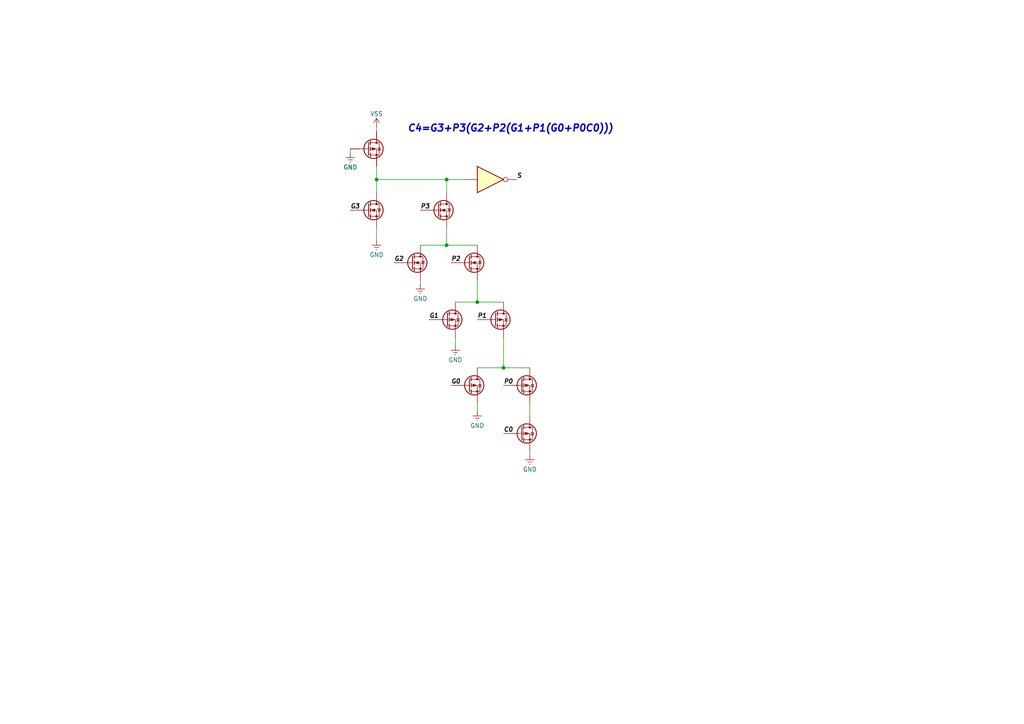
<source format=kicad_sch>
(kicad_sch (version 20231120) (generator "eeschema") (generator_version "8.0")
  (paper "A4")
  (lib_symbols
    (symbol "74xx:74LS05" (pin_numbers hide) (pin_names (offset 1.016) hide)
      (property "Reference" "U" (at 0 1.27 0))
      (property "Value" "74LS05" (at 0 -1.27 0))
      (symbol "74LS05_1_0"
        (polyline (pts (xy -3.81 3.81) (xy -3.81 -3.81) (xy 3.81 0) (xy -3.81 3.81)) (stroke (width 0.254)) (fill (type background)))
        (pin input line (at -7.62 0 0) (length 3.81) (name "~") (number "1"))
        (pin open_collector inverted (at 7.62 0 180) (length 3.81) (name "~") (number "2"))
      )
      (symbol "74LS05_2_0"
        (polyline (pts (xy -3.81 3.81) (xy -3.81 -3.81) (xy 3.81 0) (xy -3.81 3.81)) (stroke (width 0.254)) (fill (type background)))
        (pin input line (at -7.62 0 0) (length 3.81) (name "~") (number "3"))
        (pin open_collector inverted (at 7.62 0 180) (length 3.81) (name "~") (number "4"))
      )
      (symbol "74LS05_3_0"
        (polyline (pts (xy -3.81 3.81) (xy -3.81 -3.81) (xy 3.81 0) (xy -3.81 3.81)) (stroke (width 0.254)) (fill (type background)))
        (pin input line (at -7.62 0 0) (length 3.81) (name "~") (number "5"))
        (pin open_collector inverted (at 7.62 0 180) (length 3.81) (name "~") (number "6"))
      )
      (symbol "74LS05_4_0"
        (polyline (pts (xy -3.81 3.81) (xy -3.81 -3.81) (xy 3.81 0) (xy -3.81 3.81)) (stroke (width 0.254)) (fill (type background)))
        (pin open_collector inverted (at 7.62 0 180) (length 3.81) (name "~") (number "8"))
        (pin input line (at -7.62 0 0) (length 3.81) (name "~") (number "9"))
      )
      (symbol "74LS05_5_0"
        (polyline (pts (xy -3.81 3.81) (xy -3.81 -3.81) (xy 3.81 0) (xy -3.81 3.81)) (stroke (width 0.254)) (fill (type background)))
        (pin open_collector inverted (at 7.62 0 180) (length 3.81) (name "~") (number "10"))
        (pin input line (at -7.62 0 0) (length 3.81) (name "~") (number "11"))
      )
      (symbol "74LS05_6_0"
        (polyline (pts (xy -3.81 3.81) (xy -3.81 -3.81) (xy 3.81 0) (xy -3.81 3.81)) (stroke (width 0.254)) (fill (type background)))
        (pin open_collector inverted (at 7.62 0 180) (length 3.81) (name "~") (number "12"))
        (pin input line (at -7.62 0 0) (length 3.81) (name "~") (number "13"))
      )
      (symbol "74LS05_7_0"
        (pin power_in line (at 0 12.7 270) (length 5.08) (name "VCC") (number "14"))
        (pin power_in line (at 0 -12.7 90) (length 5.08) (name "GND") (number "7"))
      )
      (symbol "74LS05_7_1"
        (rectangle (start -5.08 7.62) (end 5.08 -7.62) (stroke (width 0.254)) (fill (type background)))
      )
    )
    (symbol "Simulation_SPICE:NMOS" (pin_numbers hide) (pin_names (offset 0) hide)
      (property "Reference" "Q" (at 5.08 1.27 0))
      (property "Value" "NMOS" (at 5.08 -1.27 0))
      (symbol "NMOS_0_1"
        (polyline (pts (xy 0.254 0) (xy -2.54 0)))
        (polyline (pts (xy 0.254 1.905) (xy 0.254 -1.905)) (stroke (width 0.254)))
        (polyline (pts (xy 0.762 -1.27) (xy 0.762 -2.286)) (stroke (width 0.254)))
        (polyline (pts (xy 0.762 0.508) (xy 0.762 -0.508)) (stroke (width 0.254)))
        (polyline (pts (xy 0.762 2.286) (xy 0.762 1.27)) (stroke (width 0.254)))
        (polyline (pts (xy 2.54 2.54) (xy 2.54 1.778)))
        (polyline (pts (xy 2.54 -2.54) (xy 2.54 0) (xy 0.762 0)))
        (polyline (pts (xy 0.762 -1.778) (xy 3.302 -1.778) (xy 3.302 1.778) (xy 0.762 1.778)))
        (polyline (pts (xy 1.016 0) (xy 2.032 0.381) (xy 2.032 -0.381) (xy 1.016 0)) (fill (type outline)))
        (polyline (pts (xy 2.794 0.508) (xy 2.921 0.381) (xy 3.683 0.381) (xy 3.81 0.254)))
        (polyline (pts (xy 3.302 0.381) (xy 2.921 -0.254) (xy 3.683 -0.254) (xy 3.302 0.381)))
        (circle (center 1.651 0) (radius 2.794) (stroke (width 0.254)))
        (circle (center 2.54 -1.778) (radius 0.254) (fill (type outline)))
        (circle (center 2.54 1.778) (radius 0.254) (fill (type outline)))
      )
      (symbol "NMOS_1_1"
        (pin passive line (at 2.54 5.08 270) (length 2.54) (name "D") (number "1"))
        (pin input line (at -5.08 0 0) (length 2.54) (name "G") (number "2"))
        (pin passive line (at 2.54 -5.08 90) (length 2.54) (name "S") (number "3"))
      )
    )
    (symbol "Simulation_SPICE:PMOS" (pin_numbers hide) (pin_names (offset 0) hide)
      (property "Reference" "Q" (at 5.08 1.27 0))
      (property "Value" "PMOS" (at 5.08 -1.27 0))
      (symbol "PMOS_0_1"
        (polyline (pts (xy 0.254 0) (xy -2.54 0)))
        (polyline (pts (xy 0.254 1.905) (xy 0.254 -1.905)) (stroke (width 0.254)))
        (polyline (pts (xy 0.762 -1.27) (xy 0.762 -2.286)) (stroke (width 0.254)))
        (polyline (pts (xy 0.762 0.508) (xy 0.762 -0.508)) (stroke (width 0.254)))
        (polyline (pts (xy 0.762 2.286) (xy 0.762 1.27)) (stroke (width 0.254)))
        (polyline (pts (xy 2.54 2.54) (xy 2.54 1.778)))
        (polyline (pts (xy 2.54 -2.54) (xy 2.54 0) (xy 0.762 0)))
        (polyline (pts (xy 0.762 1.778) (xy 3.302 1.778) (xy 3.302 -1.778) (xy 0.762 -1.778)))
        (polyline (pts (xy 2.286 0) (xy 1.27 0.381) (xy 1.27 -0.381) (xy 2.286 0)) (fill (type outline)))
        (polyline (pts (xy 2.794 -0.508) (xy 2.921 -0.381) (xy 3.683 -0.381) (xy 3.81 -0.254)))
        (polyline (pts (xy 3.302 -0.381) (xy 2.921 0.254) (xy 3.683 0.254) (xy 3.302 -0.381)))
        (circle (center 1.651 0) (radius 2.794) (stroke (width 0.254)))
        (circle (center 2.54 -1.778) (radius 0.254) (fill (type outline)))
        (circle (center 2.54 1.778) (radius 0.254) (fill (type outline)))
      )
      (symbol "PMOS_1_1"
        (pin passive line (at 2.54 5.08 270) (length 2.54) (name "D") (number "1"))
        (pin input line (at -5.08 0 0) (length 2.54) (name "G") (number "2"))
        (pin passive line (at 2.54 -5.08 90) (length 2.54) (name "S") (number "3"))
      )
    )
    (symbol "power:+5V" (power) (pin_numbers hide) (pin_names (offset 0) hide)
      (property "Value" "+5V" (at 0 3.556 0))
      (symbol "+5V_0_1"
        (polyline (pts (xy -0.762 1.27) (xy 0 2.54)))
        (polyline (pts (xy 0 0) (xy 0 2.54)))
        (polyline (pts (xy 0 2.54) (xy 0.762 1.27)))
      )
      (symbol "+5V_1_1"
        (pin power_in line (at 0 0 90) (length 0) (name "~") (number "1"))
      )
    )
    (symbol "power:Earth" (power) (pin_numbers hide) (pin_names (offset 0) hide)
      (property "Value" "Earth" (at 0 -3.81 0))
      (symbol "Earth_0_1"
        (polyline (pts (xy -0.635 -1.905) (xy 0.635 -1.905)))
        (polyline (pts (xy -0.127 -2.54) (xy 0.127 -2.54)))
        (polyline (pts (xy 0 -1.27) (xy 0 0)))
        (polyline (pts (xy 1.27 -1.27) (xy -1.27 -1.27)))
      )
      (symbol "Earth_1_1"
        (pin power_in line (at 0 0 270) (length 0) (name "~") (number "1"))
      )
    )
  )
  (junction (at 129.54 71.12))
  (junction (at 138.43 87.63))
  (junction (at 109.22 52.07))
  (junction (at 146.05 106.68))
  (junction (at 129.54 52.07))
  (wire (pts (xy 101.6 44.45) (xy 101.6 43.18)))
  (wire (pts (xy 121.92 82.55) (xy 121.92 81.28)))
  (wire (pts (xy 129.54 52.07) (xy 109.22 52.07)))
  (wire (pts (xy 109.22 48.26) (xy 109.22 52.07)))
  (wire (pts (xy 138.43 106.68) (xy 146.05 106.68)))
  (wire (pts (xy 138.43 81.28) (xy 138.43 87.63)))
  (wire (pts (xy 129.54 66.04) (xy 129.54 71.12)))
  (wire (pts (xy 153.67 116.84) (xy 153.67 120.65)))
  (wire (pts (xy 109.22 36.83) (xy 109.22 38.1)))
  (wire (pts (xy 132.08 87.63) (xy 138.43 87.63)))
  (wire (pts (xy 138.43 87.63) (xy 146.05 87.63)))
  (wire (pts (xy 129.54 52.07) (xy 134.62 52.07)))
  (wire (pts (xy 109.22 52.07) (xy 109.22 55.88)))
  (wire (pts (xy 121.92 71.12) (xy 129.54 71.12)))
  (wire (pts (xy 129.54 55.88) (xy 129.54 52.07)))
  (wire (pts (xy 138.43 116.84) (xy 138.43 119.38)))
  (wire (pts (xy 153.67 132.08) (xy 153.67 130.81)))
  (wire (pts (xy 146.05 106.68) (xy 153.67 106.68)))
  (wire (pts (xy 109.22 66.04) (xy 109.22 69.85)))
  (wire (pts (xy 132.08 100.33) (xy 132.08 97.79)))
  (wire (pts (xy 129.54 71.12) (xy 138.43 71.12)))
  (wire (pts (xy 146.05 97.79) (xy 146.05 106.68)))
  (text "C4​=G3​+P3​(G2​+P2​(G1​+P1​(G0​+P0​C0​)))" (at 148.082 37.338 0) (effects (font (size 2 2) (bold yes) (italic yes))))
  (label "P3" (at 121.92 60.96 0) (effects (font (bold yes) (italic yes))))
  (label "G2" (at 114.3 76.2 0) (effects (font (bold yes) (italic yes))))
  (label "S" (at 149.86 52.07 0) (effects (font (bold yes) (italic yes))))
  (label "C0" (at 146.05 125.73 0) (effects (font (bold yes) (italic yes))))
  (label "G1" (at 124.46 92.71 0) (effects (font (bold yes) (italic yes))))
  (label "P1" (at 138.43 92.71 0) (effects (font (bold yes) (italic yes))))
  (label "P2" (at 130.81 76.2 0) (effects (font (bold yes) (italic yes))))
  (label "G0" (at 130.81 111.76 0) (effects (font (bold yes) (italic yes))))
  (label "G3" (at 101.6 60.96 0) (effects (font (bold yes) (italic yes))))
  (label "P0" (at 146.05 111.76 0) (effects (font (bold yes) (italic yes))))
  (symbol (lib_id "74xx:74LS05") (at 142.24 52.07 0) (unit 1)
    (property "Reference" "U?" (effects (hide yes)))
    (property "Value" "74LS05" (effects (hide yes)))
    (property "Datasheet" "http://www.ti.com/lit/gpn/sn74LS05" (effects (hide yes)))
    (property "Description" "Inverter Open Collect" (effects (hide yes)))
  )
  (symbol (lib_id "power:Earth") (at 121.92 82.55 0) (unit 1)
    (property "Reference" "#PWR041" (effects (hide yes)))
    (property "Value" "GND" (at 121.92 86.614 0))
    (property "Description" "Power symbol creates a global label with name \"Earth\"" (effects (hide yes)))
  )
  (symbol (lib_id "power:Earth") (at 101.6 44.45 0) (unit 1)
    (property "Reference" "#PWR036" (effects (hide yes)))
    (property "Value" "GND" (at 101.6 48.514 0))
    (property "Description" "Power symbol creates a global label with name \"Earth\"" (effects (hide yes)))
  )
  (symbol (lib_id "Simulation_SPICE:PMOS") (at 106.68 43.18 0) (unit 1)
    (property "Reference" "Q?" (effects (hide yes)))
    (property "Value" "PMOS" (effects (hide yes)))
    (property "Datasheet" "https://ngspice.sourceforge.io/docs/ngspice-html-manual/manual.xhtml#cha_MOSFETs" (effects (hide yes)))
    (property "Description" "P-MOSFET transistor, drain/source/gate" (effects (hide yes)))
    (property "Sim.Device" "PMOS" (effects (hide yes)))
    (property "Sim.Type" "VDMOS" (effects (hide yes)))
    (property "Sim.Pins" "1=D 2=G 3=S" (effects (hide yes)))
  )
  (symbol (lib_id "Simulation_SPICE:PMOS") (at 135.89 111.76 0) (unit 1)
    (property "Reference" "Q?" (effects (hide yes)))
    (property "Value" "PMOS" (effects (hide yes)))
    (property "Datasheet" "https://ngspice.sourceforge.io/docs/ngspice-html-manual/manual.xhtml#cha_MOSFETs" (effects (hide yes)))
    (property "Description" "P-MOSFET transistor, drain/source/gate" (effects (hide yes)))
    (property "Sim.Device" "PMOS" (effects (hide yes)))
    (property "Sim.Type" "VDMOS" (effects (hide yes)))
    (property "Sim.Pins" "1=D 2=G 3=S" (effects (hide yes)))
  )
  (symbol (lib_id "power:+5V") (at 109.22 36.83 0) (unit 1)
    (property "Reference" "#PWR037" (effects (hide yes)))
    (property "Value" "VSS" (at 109.22 33.02 0))
    (property "Description" "Power symbol creates a global label with name \"+5V\"" (effects (hide yes)))
  )
  (symbol (lib_id "Simulation_SPICE:PMOS") (at 151.13 125.73 0) (unit 1)
    (property "Reference" "Q?" (effects (hide yes)))
    (property "Value" "PMOS" (effects (hide yes)))
    (property "Datasheet" "https://ngspice.sourceforge.io/docs/ngspice-html-manual/manual.xhtml#cha_MOSFETs" (effects (hide yes)))
    (property "Description" "P-MOSFET transistor, drain/source/gate" (effects (hide yes)))
    (property "Sim.Device" "PMOS" (effects (hide yes)))
    (property "Sim.Type" "VDMOS" (effects (hide yes)))
    (property "Sim.Pins" "1=D 2=G 3=S" (effects (hide yes)))
  )
  (symbol (lib_id "Simulation_SPICE:NMOS") (at 127 60.96 0) (unit 1)
    (property "Reference" "Q?" (effects (hide yes)))
    (property "Value" "NMOS" (effects (hide yes)))
    (property "Datasheet" "https://ngspice.sourceforge.io/docs/ngspice-html-manual/manual.xhtml#cha_MOSFETs" (effects (hide yes)))
    (property "Description" "N-MOSFET transistor, drain/source/gate" (effects (hide yes)))
    (property "Sim.Device" "NMOS" (effects (hide yes)))
    (property "Sim.Type" "VDMOS" (effects (hide yes)))
    (property "Sim.Pins" "1=D 2=G 3=S" (effects (hide yes)))
  )
  (symbol (lib_id "power:Earth") (at 153.67 132.08 0) (unit 1)
    (property "Reference" "#PWR044" (effects (hide yes)))
    (property "Value" "GND" (at 153.67 136.144 0))
    (property "Description" "Power symbol creates a global label with name \"Earth\"" (effects (hide yes)))
  )
  (symbol (lib_id "power:Earth") (at 109.22 69.85 0) (unit 1)
    (property "Reference" "#PWR040" (effects (hide yes)))
    (property "Value" "GND" (at 109.22 73.914 0))
    (property "Description" "Power symbol creates a global label with name \"Earth\"" (effects (hide yes)))
  )
  (symbol (lib_id "Simulation_SPICE:PMOS") (at 129.54 92.71 0) (unit 1)
    (property "Reference" "Q?" (effects (hide yes)))
    (property "Value" "PMOS" (effects (hide yes)))
    (property "Datasheet" "https://ngspice.sourceforge.io/docs/ngspice-html-manual/manual.xhtml#cha_MOSFETs" (effects (hide yes)))
    (property "Description" "P-MOSFET transistor, drain/source/gate" (effects (hide yes)))
    (property "Sim.Device" "PMOS" (effects (hide yes)))
    (property "Sim.Type" "VDMOS" (effects (hide yes)))
    (property "Sim.Pins" "1=D 2=G 3=S" (effects (hide yes)))
  )
  (symbol (lib_id "power:Earth") (at 132.08 100.33 0) (unit 1)
    (property "Reference" "#PWR042" (effects (hide yes)))
    (property "Value" "GND" (at 132.08 104.394 0))
    (property "Description" "Power symbol creates a global label with name \"Earth\"" (effects (hide yes)))
  )
  (symbol (lib_id "Simulation_SPICE:NMOS") (at 119.38 76.2 0) (unit 1)
    (property "Reference" "Q?" (effects (hide yes)))
    (property "Value" "NMOS" (effects (hide yes)))
    (property "Datasheet" "https://ngspice.sourceforge.io/docs/ngspice-html-manual/manual.xhtml#cha_MOSFETs" (effects (hide yes)))
    (property "Description" "N-MOSFET transistor, drain/source/gate" (effects (hide yes)))
    (property "Sim.Device" "NMOS" (effects (hide yes)))
    (property "Sim.Type" "VDMOS" (effects (hide yes)))
    (property "Sim.Pins" "1=D 2=G 3=S" (effects (hide yes)))
  )
  (symbol (lib_id "power:Earth") (at 138.43 119.38 0) (unit 1)
    (property "Reference" "#PWR043" (effects (hide yes)))
    (property "Value" "GND" (at 138.43 123.444 0))
    (property "Description" "Power symbol creates a global label with name \"Earth\"" (effects (hide yes)))
  )
  (symbol (lib_id "Simulation_SPICE:PMOS") (at 151.13 111.76 0) (unit 1)
    (property "Reference" "Q?" (effects (hide yes)))
    (property "Value" "PMOS" (effects (hide yes)))
    (property "Datasheet" "https://ngspice.sourceforge.io/docs/ngspice-html-manual/manual.xhtml#cha_MOSFETs" (effects (hide yes)))
    (property "Description" "P-MOSFET transistor, drain/source/gate" (effects (hide yes)))
    (property "Sim.Device" "PMOS" (effects (hide yes)))
    (property "Sim.Type" "VDMOS" (effects (hide yes)))
    (property "Sim.Pins" "1=D 2=G 3=S" (effects (hide yes)))
  )
  (symbol (lib_id "Simulation_SPICE:NMOS") (at 135.89 76.2 0) (unit 1)
    (property "Reference" "Q?" (effects (hide yes)))
    (property "Value" "NMOS" (effects (hide yes)))
    (property "Datasheet" "https://ngspice.sourceforge.io/docs/ngspice-html-manual/manual.xhtml#cha_MOSFETs" (effects (hide yes)))
    (property "Description" "N-MOSFET transistor, drain/source/gate" (effects (hide yes)))
    (property "Sim.Device" "NMOS" (effects (hide yes)))
    (property "Sim.Type" "VDMOS" (effects (hide yes)))
    (property "Sim.Pins" "1=D 2=G 3=S" (effects (hide yes)))
  )
  (symbol (lib_id "Simulation_SPICE:PMOS") (at 143.51 92.71 0) (unit 1)
    (property "Reference" "Q?" (effects (hide yes)))
    (property "Value" "PMOS" (effects (hide yes)))
    (property "Datasheet" "https://ngspice.sourceforge.io/docs/ngspice-html-manual/manual.xhtml#cha_MOSFETs" (effects (hide yes)))
    (property "Description" "P-MOSFET transistor, drain/source/gate" (effects (hide yes)))
    (property "Sim.Device" "PMOS" (effects (hide yes)))
    (property "Sim.Type" "VDMOS" (effects (hide yes)))
    (property "Sim.Pins" "1=D 2=G 3=S" (effects (hide yes)))
  )
  (symbol (lib_id "Simulation_SPICE:NMOS") (at 106.68 60.96 0) (unit 1)
    (property "Reference" "Q?" (effects (hide yes)))
    (property "Value" "NMOS" (effects (hide yes)))
    (property "Datasheet" "https://ngspice.sourceforge.io/docs/ngspice-html-manual/manual.xhtml#cha_MOSFETs" (effects (hide yes)))
    (property "Description" "N-MOSFET transistor, drain/source/gate" (effects (hide yes)))
    (property "Sim.Device" "NMOS" (effects (hide yes)))
    (property "Sim.Type" "VDMOS" (effects (hide yes)))
    (property "Sim.Pins" "1=D 2=G 3=S" (effects (hide yes)))
  )
)
</source>
